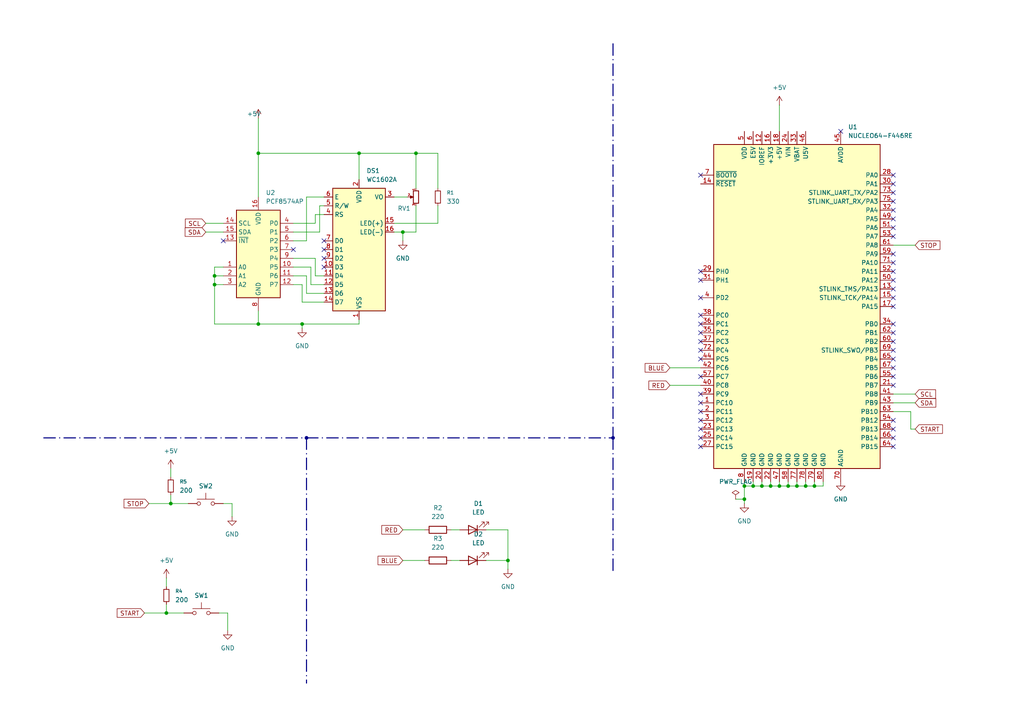
<source format=kicad_sch>
(kicad_sch (version 20250114) (generator "eeschema") (generator_version "9.0")
  (paper "A4")
  (title_block (title "PTP Seminar - Štoperica") (date "2025-11-12") (rev "1") (company "TVZ") (comment 1 "Izradio: Ivan Hodak"))
  (lib_symbols
    (symbol "Device:LED" (pin_numbers (hide yes)) (pin_names (offset 1.016) (hide yes))
      (property "Reference" "D" (at 0 2.54 0))
      (property "Value" "LED" (at 0 -2.54 0))
      (symbol "LED_0_1"
        (polyline (pts (xy -3.048 -0.762) (xy -4.572 -2.286) (xy -3.81 -2.286) (xy -4.572 -2.286) (xy -4.572 -1.524)))
        (polyline (pts (xy -1.778 -0.762) (xy -3.302 -2.286) (xy -2.54 -2.286) (xy -3.302 -2.286) (xy -3.302 -1.524)))
        (polyline (pts (xy -1.27 0) (xy 1.27 0)))
        (polyline (pts (xy -1.27 -1.27) (xy -1.27 1.27)) (stroke (width 0.254)))
        (polyline (pts (xy 1.27 -1.27) (xy 1.27 1.27) (xy -1.27 0) (xy 1.27 -1.27)) (stroke (width 0.254)))
      )
      (symbol "LED_1_1"
        (pin passive line (at -3.81 0 0) (length 2.54) (name "K") (number "1"))
        (pin passive line (at 3.81 0 180) (length 2.54) (name "A") (number "2"))
      )
    )
    (symbol "Device:R" (pin_numbers (hide yes)) (pin_names (offset 0))
      (property "Reference" "R" (at 2.032 0 90))
      (property "Value" "R" (at 0 0 90))
      (symbol "R_0_1"
        (rectangle (start -1.016 -2.54) (end 1.016 2.54) (stroke (width 0.254)))
      )
      (symbol "R_1_1"
        (pin passive line (at 0 3.81 270) (length 1.27) (name "~") (number "1"))
        (pin passive line (at 0 -3.81 90) (length 1.27) (name "~") (number "2"))
      )
    )
    (symbol "Device:R_Potentiometer_Small" (pin_names (offset 1.016) (hide yes))
      (property "Reference" "RV" (at -4.445 0 90))
      (property "Value" "R_Potentiometer_Small" (at -2.54 0 90))
      (symbol "R_Potentiometer_Small_0_1"
        (rectangle (start 0.762 1.8034) (end -0.762 -1.8034) (stroke (width 0.254)))
        (polyline (pts (xy 0.889 0) (xy 0.635 0) (xy 1.651 0.381) (xy 1.651 -0.381) (xy 0.635 0) (xy 0.889 0)) (fill (type outline)))
      )
      (symbol "R_Potentiometer_Small_1_1"
        (pin passive line (at 0 2.54 270) (length 0.635) (name "1") (number "1"))
        (pin passive line (at 0 -2.54 90) (length 0.635) (name "3") (number "3"))
        (pin passive line (at 2.54 0 180) (length 0.9906) (name "2") (number "2"))
      )
    )
    (symbol "Device:R_Small" (pin_numbers (hide yes)) (pin_names (offset 0.254) (hide yes))
      (property "Reference" "R" (at 0 0 90))
      (property "Value" "R_Small" (at 1.778 0 90))
      (symbol "R_Small_0_1"
        (rectangle (start -0.762 1.778) (end 0.762 -1.778) (stroke (width 0.2032)))
      )
      (symbol "R_Small_1_1"
        (pin passive line (at 0 2.54 270) (length 0.762) (name "~") (number "1"))
        (pin passive line (at 0 -2.54 90) (length 0.762) (name "~") (number "2"))
      )
    )
    (symbol "Display_Character:WC1602A"
      (property "Reference" "DS" (at -5.842 19.05 0))
      (property "Value" "WC1602A" (at 5.334 19.05 0))
      (symbol "WC1602A_1_1"
        (rectangle (start -7.62 17.78) (end 7.62 -17.78) (stroke (width 0.254)) (fill (type background)))
        (pin input line (at -10.16 15.24 0) (length 2.54) (name "E") (number "6"))
        (pin input line (at -10.16 12.7 0) (length 2.54) (name "R/W") (number "5"))
        (pin input line (at -10.16 10.16 0) (length 2.54) (name "RS") (number "4"))
        (pin input line (at -10.16 2.54 0) (length 2.54) (name "D0") (number "7"))
        (pin input line (at -10.16 0 0) (length 2.54) (name "D1") (number "8"))
        (pin input line (at -10.16 -2.54 0) (length 2.54) (name "D2") (number "9"))
        (pin input line (at -10.16 -5.08 0) (length 2.54) (name "D3") (number "10"))
        (pin input line (at -10.16 -7.62 0) (length 2.54) (name "D4") (number "11"))
        (pin input line (at -10.16 -10.16 0) (length 2.54) (name "D5") (number "12"))
        (pin input line (at -10.16 -12.7 0) (length 2.54) (name "D6") (number "13"))
        (pin input line (at -10.16 -15.24 0) (length 2.54) (name "D7") (number "14"))
        (pin power_in line (at 0 20.32 270) (length 2.54) (name "VDD") (number "2"))
        (pin power_in line (at 0 -20.32 90) (length 2.54) (name "VSS") (number "1"))
        (pin input line (at 10.16 15.24 180) (length 2.54) (name "VO") (number "3"))
        (pin power_in line (at 10.16 7.62 180) (length 2.54) (name "LED(+)") (number "15"))
        (pin power_in line (at 10.16 5.08 180) (length 2.54) (name "LED(-)") (number "16"))
      )
    )
    (symbol "Interface_Expansion:PCF8574AP"
      (property "Reference" "U" (at -6.35 12.954 0))
      (property "Value" "PCF8574AP" (at 3.048 12.954 0))
      (symbol "PCF8574AP_0_1"
        (rectangle (start -6.35 -13.97) (end 6.35 11.43) (stroke (width 0.254)) (fill (type background)))
      )
      (symbol "PCF8574AP_1_1"
        (pin input line (at -10.16 7.62 0) (length 3.81) (name "SCL") (number "14"))
        (pin bidirectional line (at -10.16 5.08 0) (length 3.81) (name "SDA") (number "15"))
        (pin open_collector line (at -10.16 2.54 0) (length 3.81) (name "~{INT}") (number "13"))
        (pin input line (at -10.16 -5.08 0) (length 3.81) (name "A0") (number "1"))
        (pin input line (at -10.16 -7.62 0) (length 3.81) (name "A1") (number "2"))
        (pin input line (at -10.16 -10.16 0) (length 3.81) (name "A2") (number "3"))
        (pin power_in line (at 0 15.24 270) (length 3.81) (name "VDD") (number "16"))
        (pin power_in line (at 0 -17.78 90) (length 3.81) (name "GND") (number "8"))
        (pin bidirectional line (at 10.16 7.62 180) (length 3.81) (name "P0") (number "4"))
        (pin bidirectional line (at 10.16 5.08 180) (length 3.81) (name "P1") (number "5"))
        (pin bidirectional line (at 10.16 2.54 180) (length 3.81) (name "P2") (number "6"))
        (pin bidirectional line (at 10.16 0 180) (length 3.81) (name "P3") (number "7"))
        (pin bidirectional line (at 10.16 -2.54 180) (length 3.81) (name "P4") (number "9"))
        (pin bidirectional line (at 10.16 -5.08 180) (length 3.81) (name "P5") (number "10"))
        (pin bidirectional line (at 10.16 -7.62 180) (length 3.81) (name "P6") (number "11"))
        (pin bidirectional line (at 10.16 -10.16 180) (length 3.81) (name "P7") (number "12"))
      )
    )
    (symbol "MCU_Module:NUCLEO64-F411RE"
      (property "Reference" "U" (at -17.78 50.165 0))
      (property "Value" "NUCLEO64-F411RE" (at -17.78 48.26 0))
      (symbol "NUCLEO64-F411RE_0_1"
        (rectangle (start -24.13 -46.99) (end 24.13 46.99) (stroke (width 0.254)) (fill (type background)))
      )
      (symbol "NUCLEO64-F411RE_1_1"
        (pin input line (at -27.94 38.1 0) (length 3.81) (name "~{BOOT0}") (number "7"))
        (pin input line (at -27.94 35.56 0) (length 3.81) (name "~{RESET}") (number "14"))
        (pin bidirectional line (at -27.94 10.16 0) (length 3.81) (name "PH0") (number "29"))
        (pin bidirectional line (at -27.94 7.62 0) (length 3.81) (name "PH1") (number "31"))
        (pin bidirectional line (at -27.94 2.54 0) (length 3.81) (name "PD2") (number "4"))
        (pin bidirectional line (at -27.94 -2.54 0) (length 3.81) (name "PC0") (number "38"))
        (pin bidirectional line (at -27.94 -5.08 0) (length 3.81) (name "PC1") (number "36"))
        (pin bidirectional line (at -27.94 -7.62 0) (length 3.81) (name "PC2") (number "35"))
        (pin bidirectional line (at -27.94 -10.16 0) (length 3.81) (name "PC3") (number "37"))
        (pin bidirectional line (at -27.94 -12.7 0) (length 3.81) (name "PC4") (number "72"))
        (pin bidirectional line (at -27.94 -15.24 0) (length 3.81) (name "PC5") (number "44"))
        (pin bidirectional line (at -27.94 -17.78 0) (length 3.81) (name "PC6") (number "42"))
        (pin bidirectional line (at -27.94 -20.32 0) (length 3.81) (name "PC7") (number "57"))
        (pin bidirectional line (at -27.94 -22.86 0) (length 3.81) (name "PC8") (number "40"))
        (pin bidirectional line (at -27.94 -25.4 0) (length 3.81) (name "PC9") (number "39"))
        (pin bidirectional line (at -27.94 -27.94 0) (length 3.81) (name "PC10") (number "1"))
        (pin bidirectional line (at -27.94 -30.48 0) (length 3.81) (name "PC11") (number "2"))
        (pin bidirectional line (at -27.94 -33.02 0) (length 3.81) (name "PC12") (number "3"))
        (pin bidirectional line (at -27.94 -35.56 0) (length 3.81) (name "PC13") (number "23"))
        (pin bidirectional line (at -27.94 -38.1 0) (length 3.81) (name "PC14") (number "25"))
        (pin bidirectional line (at -27.94 -40.64 0) (length 3.81) (name "PC15") (number "27"))
        (pin no_connect line (at -24.13 33.02 0) (length 3.81) (hide yes) (name "NC") (number "56"))
        (pin no_connect line (at -24.13 30.48 0) (length 3.81) (hide yes) (name "NC") (number "74"))
        (pin no_connect line (at -24.13 27.94 0) (length 3.81) (hide yes) (name "NC") (number "76"))
        (pin no_connect line (at -24.13 25.4 0) (length 3.81) (hide yes) (name "NC") (number "48"))
        (pin no_connect line (at -24.13 22.86 0) (length 3.81) (hide yes) (name "NC") (number "26"))
        (pin no_connect line (at -24.13 20.32 0) (length 3.81) (hide yes) (name "NC") (number "10"))
        (pin no_connect line (at -24.13 17.78 0) (length 3.81) (hide yes) (name "NC") (number "9"))
        (pin no_connect line (at -24.13 15.24 0) (length 3.81) (hide yes) (name "NC") (number "11"))
        (pin power_in line (at -15.24 50.8 270) (length 3.81) (name "VDD") (number "5"))
        (pin power_in line (at -15.24 -50.8 90) (length 3.81) (name "GND") (number "8"))
        (pin power_in line (at -12.7 50.8 270) (length 3.81) (name "E5V") (number "6"))
        (pin power_in line (at -12.7 -50.8 90) (length 3.81) (name "GND") (number "19"))
        (pin power_in line (at -10.16 50.8 270) (length 3.81) (name "IOREF") (number "12"))
        (pin power_in line (at -10.16 -50.8 90) (length 3.81) (name "GND") (number "20"))
        (pin power_in line (at -7.62 50.8 270) (length 3.81) (name "+3V3") (number "16"))
        (pin power_in line (at -7.62 -50.8 90) (length 3.81) (name "GND") (number "22"))
        (pin power_in line (at -5.08 50.8 270) (length 3.81) (name "+5V") (number "18"))
        (pin power_in line (at -5.08 -50.8 90) (length 3.81) (name "GND") (number "47"))
        (pin power_in line (at -2.54 50.8 270) (length 3.81) (name "VIN") (number "24"))
        (pin power_in line (at -2.54 -50.8 90) (length 3.81) (name "GND") (number "58"))
        (pin power_in line (at 0 50.8 270) (length 3.81) (name "VBAT") (number "33"))
        (pin power_in line (at 0 -50.8 90) (length 3.81) (name "GND") (number "77"))
        (pin power_in line (at 2.54 50.8 270) (length 3.81) (name "U5V") (number "46"))
        (pin power_in line (at 2.54 -50.8 90) (length 3.81) (name "GND") (number "78"))
        (pin power_in line (at 5.08 -50.8 90) (length 3.81) (name "GND") (number "79"))
        (pin power_in line (at 7.62 -50.8 90) (length 3.81) (name "GND") (number "80"))
        (pin power_in line (at 12.7 50.8 270) (length 3.81) (name "AVDD") (number "45"))
        (pin power_in line (at 12.7 -50.8 90) (length 3.81) (name "AGND") (number "70"))
        (pin bidirectional line (at 27.94 38.1 180) (length 3.81) (name "PA0") (number "28"))
        (pin bidirectional line (at 27.94 35.56 180) (length 3.81) (name "PA1") (number "30"))
        (pin bidirectional line (at 27.94 33.02 180) (length 3.81) (name "STLINK_UART_TX/PA2") (number "73"))
        (pin bidirectional line (at 27.94 30.48 180) (length 3.81) (name "STLINK_UART_RX/PA3") (number "75"))
        (pin bidirectional line (at 27.94 27.94 180) (length 3.81) (name "PA4") (number "32"))
        (pin bidirectional line (at 27.94 25.4 180) (length 3.81) (name "PA5") (number "49"))
        (pin bidirectional line (at 27.94 22.86 180) (length 3.81) (name "PA6") (number "51"))
        (pin bidirectional line (at 27.94 20.32 180) (length 3.81) (name "PA7") (number "53"))
        (pin bidirectional line (at 27.94 17.78 180) (length 3.81) (name "PA8") (number "61"))
        (pin bidirectional line (at 27.94 15.24 180) (length 3.81) (name "PA9") (number "59"))
        (pin bidirectional line (at 27.94 12.7 180) (length 3.81) (name "PA10") (number "71"))
        (pin bidirectional line (at 27.94 10.16 180) (length 3.81) (name "PA11") (number "52"))
        (pin bidirectional line (at 27.94 7.62 180) (length 3.81) (name "PA12") (number "50"))
        (pin bidirectional line (at 27.94 5.08 180) (length 3.81) (name "STLINK_TMS/PA13") (number "13"))
        (pin bidirectional line (at 27.94 2.54 180) (length 3.81) (name "STLINK_TCK/PA14") (number "15"))
        (pin bidirectional line (at 27.94 0 180) (length 3.81) (name "PA15") (number "17"))
        (pin bidirectional line (at 27.94 -5.08 180) (length 3.81) (name "PB0") (number "34"))
        (pin bidirectional line (at 27.94 -7.62 180) (length 3.81) (name "PB1") (number "62"))
        (pin bidirectional line (at 27.94 -10.16 180) (length 3.81) (name "PB2") (number "60"))
        (pin bidirectional line (at 27.94 -12.7 180) (length 3.81) (name "STLINK_SWO/PB3") (number "69"))
        (pin bidirectional line (at 27.94 -15.24 180) (length 3.81) (name "PB4") (number "65"))
        (pin bidirectional line (at 27.94 -17.78 180) (length 3.81) (name "PB5") (number "67"))
        (pin bidirectional line (at 27.94 -20.32 180) (length 3.81) (name "PB6") (number "55"))
        (pin bidirectional line (at 27.94 -22.86 180) (length 3.81) (name "PB7") (number "21"))
        (pin bidirectional line (at 27.94 -25.4 180) (length 3.81) (name "PB8") (number "41"))
        (pin bidirectional line (at 27.94 -27.94 180) (length 3.81) (name "PB9") (number "43"))
        (pin bidirectional line (at 27.94 -30.48 180) (length 3.81) (name "PB10") (number "63"))
        (pin bidirectional line (at 27.94 -33.02 180) (length 3.81) (name "PB12") (number "54"))
        (pin bidirectional line (at 27.94 -35.56 180) (length 3.81) (name "PB13") (number "68"))
        (pin bidirectional line (at 27.94 -38.1 180) (length 3.81) (name "PB14") (number "66"))
        (pin bidirectional line (at 27.94 -40.64 180) (length 3.81) (name "PB15") (number "64"))
      )
    )
    (symbol "Switch:SW_Push" (pin_numbers (hide yes)) (pin_names (offset 1.016) (hide yes))
      (property "Reference" "SW" (at 1.27 2.54 0))
      (property "Value" "SW_Push" (at 0 -1.524 0))
      (symbol "SW_Push_0_1"
        (circle (center -2.032 0) (radius 0.508))
        (polyline (pts (xy 0 1.27) (xy 0 3.048)))
        (circle (center 2.032 0) (radius 0.508))
        (polyline (pts (xy 2.54 1.27) (xy -2.54 1.27)))
        (pin passive line (at -5.08 0 0) (length 2.54) (name "1") (number "1"))
        (pin passive line (at 5.08 0 180) (length 2.54) (name "2") (number "2"))
      )
    )
    (symbol "power:+5V" (power) (pin_numbers (hide yes)) (pin_names (offset 0) (hide yes))
      (property "Value" "+5V" (at 0 3.556 0))
      (symbol "+5V_0_1"
        (polyline (pts (xy -0.762 1.27) (xy 0 2.54)))
        (polyline (pts (xy 0 2.54) (xy 0.762 1.27)))
        (polyline (pts (xy 0 0) (xy 0 2.54)))
      )
      (symbol "+5V_1_1"
        (pin power_in line (at 0 0 90) (length 0) (name "~") (number "1"))
      )
    )
    (symbol "power:GND" (power) (pin_numbers (hide yes)) (pin_names (offset 0) (hide yes))
      (property "Value" "GND" (at 0 -3.81 0))
      (symbol "GND_0_1"
        (polyline (pts (xy 0 0) (xy 0 -1.27) (xy 1.27 -1.27) (xy 0 -2.54) (xy -1.27 -1.27) (xy 0 -1.27)))
      )
      (symbol "GND_1_1"
        (pin power_in line (at 0 0 270) (length 0) (name "~") (number "1"))
      )
    )
    (symbol "power:PWR_FLAG" (power) (pin_numbers (hide yes)) (pin_names (offset 0) (hide yes))
      (property "Value" "PWR_FLAG" (at 0 3.81 0))
      (symbol "PWR_FLAG_0_0"
        (pin power_out line (at 0 0 90) (length 0) (name "~") (number "1"))
      )
      (symbol "PWR_FLAG_0_1"
        (polyline (pts (xy 0 0) (xy 0 1.27) (xy -1.016 1.905) (xy 0 2.54) (xy 1.016 1.905) (xy 0 1.27)))
      )
    )
  )
  (junction (at 104.14 44.45))
  (junction (at 120.65 44.45))
  (junction (at 231.14 140.97))
  (junction (at 74.93 44.45))
  (junction (at 48.26 177.8))
  (junction (at 116.84 67.31))
  (junction (at 74.93 93.98))
  (junction (at 226.06 140.97))
  (junction (at 177.8 127))
  (junction (at 223.52 140.97))
  (junction (at 236.22 140.97))
  (junction (at 87.63 93.98))
  (junction (at 215.9 144.78))
  (junction (at 233.68 140.97))
  (junction (at 62.23 80.01))
  (junction (at 228.6 140.97))
  (junction (at 215.9 140.97))
  (junction (at 218.44 140.97))
  (junction (at 220.98 140.97))
  (junction (at 62.23 82.55))
  (junction (at 88.9 127))
  (junction (at 147.32 162.56))
  (junction (at 49.53 146.05))
  (no_connect (at 259.08 55.88))
  (no_connect (at 93.98 69.85))
  (no_connect (at 93.98 74.93))
  (no_connect (at 203.2 129.54))
  (no_connect (at 259.08 127))
  (no_connect (at 85.09 72.39))
  (no_connect (at 203.2 81.28))
  (no_connect (at 259.08 53.34))
  (no_connect (at 259.08 73.66))
  (no_connect (at 259.08 99.06))
  (no_connect (at 243.84 38.1))
  (no_connect (at 259.08 58.42))
  (no_connect (at 259.08 124.46))
  (no_connect (at 64.77 69.85))
  (no_connect (at 259.08 66.04))
  (no_connect (at 203.2 124.46))
  (no_connect (at 259.08 68.58))
  (no_connect (at 259.08 76.2))
  (no_connect (at 203.2 127))
  (no_connect (at 203.2 86.36))
  (no_connect (at 203.2 91.44))
  (no_connect (at 259.08 109.22))
  (no_connect (at 203.2 78.74))
  (no_connect (at 203.2 121.92))
  (no_connect (at 203.2 119.38))
  (no_connect (at 203.2 99.06))
  (no_connect (at 203.2 104.14))
  (no_connect (at 203.2 116.84))
  (no_connect (at 203.2 93.98))
  (no_connect (at 259.08 106.68))
  (no_connect (at 259.08 101.6))
  (no_connect (at 259.08 111.76))
  (no_connect (at 259.08 86.36))
  (no_connect (at 259.08 60.96))
  (no_connect (at 259.08 88.9))
  (no_connect (at 259.08 78.74))
  (no_connect (at 259.08 93.98))
  (no_connect (at 203.2 101.6))
  (no_connect (at 203.2 109.22))
  (no_connect (at 93.98 72.39))
  (no_connect (at 203.2 114.3))
  (no_connect (at 203.2 50.8))
  (no_connect (at 203.2 96.52))
  (no_connect (at 259.08 129.54))
  (no_connect (at 259.08 104.14))
  (no_connect (at 259.08 81.28))
  (no_connect (at 259.08 83.82))
  (no_connect (at 259.08 96.52))
  (no_connect (at 259.08 121.92))
  (no_connect (at 259.08 63.5))
  (no_connect (at 93.98 77.47))
  (no_connect (at 259.08 50.8))
  (wire (pts (xy 90.17 82.55) (xy 93.98 82.55)))
  (bus (pts (xy 177.8 12.7) (xy 177.8 127)) (stroke (width 0) (type dash_dot)))
  (wire (pts (xy 104.14 44.45) (xy 120.65 44.45)))
  (wire (pts (xy 147.32 162.56) (xy 147.32 165.1)))
  (wire (pts (xy 63.5 177.8) (xy 66.04 177.8)))
  (wire (pts (xy 231.14 140.97) (xy 228.6 140.97)))
  (wire (pts (xy 264.16 124.46) (xy 264.16 119.38)))
  (wire (pts (xy 228.6 139.7) (xy 228.6 140.97)))
  (wire (pts (xy 226.06 140.97) (xy 223.52 140.97)))
  (wire (pts (xy 43.18 146.05) (xy 49.53 146.05)))
  (wire (pts (xy 91.44 62.23) (xy 93.98 62.23)))
  (wire (pts (xy 49.53 143.51) (xy 49.53 146.05)))
  (wire (pts (xy 259.08 116.84) (xy 265.43 116.84)))
  (wire (pts (xy 62.23 93.98) (xy 74.93 93.98)))
  (wire (pts (xy 147.32 153.67) (xy 147.32 162.56)))
  (wire (pts (xy 220.98 140.97) (xy 218.44 140.97)))
  (wire (pts (xy 116.84 67.31) (xy 114.3 67.31)))
  (wire (pts (xy 140.97 162.56) (xy 147.32 162.56)))
  (bus (pts (xy 12.7 127) (xy 88.9 127)) (stroke (width 0) (type dash_dot)))
  (wire (pts (xy 215.9 140.97) (xy 215.9 144.78)))
  (wire (pts (xy 49.53 135.89) (xy 49.53 138.43)))
  (wire (pts (xy 127 44.45) (xy 127 54.61)))
  (wire (pts (xy 74.93 90.17) (xy 74.93 93.98)))
  (wire (pts (xy 238.76 140.97) (xy 236.22 140.97)))
  (wire (pts (xy 74.93 34.29) (xy 74.93 44.45)))
  (wire (pts (xy 264.16 119.38) (xy 259.08 119.38)))
  (wire (pts (xy 91.44 64.77) (xy 91.44 62.23)))
  (wire (pts (xy 116.84 162.56) (xy 123.19 162.56)))
  (wire (pts (xy 127 64.77) (xy 114.3 64.77)))
  (wire (pts (xy 226.06 139.7) (xy 226.06 140.97)))
  (wire (pts (xy 233.68 139.7) (xy 233.68 140.97)))
  (wire (pts (xy 120.65 44.45) (xy 120.65 54.61)))
  (wire (pts (xy 220.98 139.7) (xy 220.98 140.97)))
  (wire (pts (xy 48.26 177.8) (xy 53.34 177.8)))
  (wire (pts (xy 104.14 93.98) (xy 104.14 92.71)))
  (bus (pts (xy 177.8 127) (xy 177.8 166.37)) (stroke (width 0) (type dash_dot)))
  (wire (pts (xy 215.9 144.78) (xy 215.9 146.05)))
  (wire (pts (xy 238.76 139.7) (xy 238.76 140.97)))
  (wire (pts (xy 62.23 77.47) (xy 64.77 77.47)))
  (wire (pts (xy 116.84 153.67) (xy 123.19 153.67)))
  (wire (pts (xy 236.22 140.97) (xy 233.68 140.97)))
  (wire (pts (xy 66.04 177.8) (xy 66.04 182.88)))
  (wire (pts (xy 218.44 139.7) (xy 218.44 140.97)))
  (wire (pts (xy 85.09 74.93) (xy 91.44 74.93)))
  (wire (pts (xy 67.31 149.86) (xy 67.31 146.05)))
  (wire (pts (xy 87.63 93.98) (xy 87.63 95.25)))
  (wire (pts (xy 41.91 177.8) (xy 48.26 177.8)))
  (wire (pts (xy 85.09 77.47) (xy 90.17 77.47)))
  (wire (pts (xy 91.44 64.77) (xy 85.09 64.77)))
  (wire (pts (xy 259.08 114.3) (xy 265.43 114.3)))
  (wire (pts (xy 233.68 140.97) (xy 231.14 140.97)))
  (wire (pts (xy 85.09 80.01) (xy 88.9 80.01)))
  (wire (pts (xy 88.9 85.09) (xy 93.98 85.09)))
  (wire (pts (xy 87.63 82.55) (xy 85.09 82.55)))
  (wire (pts (xy 88.9 57.15) (xy 93.98 57.15)))
  (wire (pts (xy 87.63 93.98) (xy 104.14 93.98)))
  (wire (pts (xy 62.23 80.01) (xy 64.77 80.01)))
  (wire (pts (xy 90.17 77.47) (xy 90.17 82.55)))
  (wire (pts (xy 92.71 67.31) (xy 92.71 59.69)))
  (wire (pts (xy 64.77 82.55) (xy 62.23 82.55)))
  (wire (pts (xy 74.93 44.45) (xy 104.14 44.45)))
  (wire (pts (xy 91.44 80.01) (xy 93.98 80.01)))
  (wire (pts (xy 49.53 146.05) (xy 54.61 146.05)))
  (wire (pts (xy 264.16 124.46) (xy 265.43 124.46)))
  (wire (pts (xy 48.26 175.26) (xy 48.26 177.8)))
  (wire (pts (xy 236.22 139.7) (xy 236.22 140.97)))
  (wire (pts (xy 140.97 153.67) (xy 147.32 153.67)))
  (wire (pts (xy 120.65 59.69) (xy 120.65 67.31)))
  (wire (pts (xy 120.65 44.45) (xy 127 44.45)))
  (wire (pts (xy 259.08 71.12) (xy 265.43 71.12)))
  (wire (pts (xy 87.63 82.55) (xy 87.63 87.63)))
  (wire (pts (xy 127 59.69) (xy 127 64.77)))
  (bus (pts (xy 88.9 127) (xy 177.8 127)) (stroke (width 0) (type dash_dot)))
  (wire (pts (xy 92.71 59.69) (xy 93.98 59.69)))
  (wire (pts (xy 116.84 67.31) (xy 116.84 69.85)))
  (wire (pts (xy 104.14 52.07) (xy 104.14 44.45)))
  (wire (pts (xy 62.23 77.47) (xy 62.23 80.01)))
  (wire (pts (xy 91.44 74.93) (xy 91.44 80.01)))
  (wire (pts (xy 59.69 67.31) (xy 64.77 67.31)))
  (wire (pts (xy 226.06 38.1) (xy 226.06 30.48)))
  (wire (pts (xy 74.93 57.15) (xy 74.93 44.45)))
  (wire (pts (xy 218.44 140.97) (xy 215.9 140.97)))
  (wire (pts (xy 223.52 140.97) (xy 220.98 140.97)))
  (wire (pts (xy 228.6 140.97) (xy 226.06 140.97)))
  (wire (pts (xy 48.26 167.64) (xy 48.26 170.18)))
  (wire (pts (xy 62.23 82.55) (xy 62.23 93.98)))
  (wire (pts (xy 231.14 139.7) (xy 231.14 140.97)))
  (wire (pts (xy 59.69 64.77) (xy 64.77 64.77)))
  (wire (pts (xy 120.65 67.31) (xy 116.84 67.31)))
  (wire (pts (xy 213.36 144.78) (xy 215.9 144.78)))
  (wire (pts (xy 85.09 69.85) (xy 88.9 69.85)))
  (wire (pts (xy 85.09 67.31) (xy 92.71 67.31)))
  (wire (pts (xy 87.63 87.63) (xy 93.98 87.63)))
  (wire (pts (xy 62.23 80.01) (xy 62.23 82.55)))
  (wire (pts (xy 223.52 139.7) (xy 223.52 140.97)))
  (wire (pts (xy 130.81 153.67) (xy 133.35 153.67)))
  (wire (pts (xy 194.31 106.68) (xy 203.2 106.68)))
  (wire (pts (xy 74.93 93.98) (xy 87.63 93.98)))
  (wire (pts (xy 215.9 139.7) (xy 215.9 140.97)))
  (bus (pts (xy 88.9 127) (xy 88.9 198.12)) (stroke (width 0) (type dash_dot)))
  (wire (pts (xy 88.9 80.01) (xy 88.9 85.09)))
  (wire (pts (xy 67.31 146.05) (xy 64.77 146.05)))
  (wire (pts (xy 130.81 162.56) (xy 133.35 162.56)))
  (wire (pts (xy 114.3 57.15) (xy 118.11 57.15)))
  (wire (pts (xy 88.9 69.85) (xy 88.9 57.15)))
  (wire (pts (xy 194.31 111.76) (xy 203.2 111.76)))
  (global_label "STOP" (shape input) (at 43.18 146.05 180) (property "Intersheetrefs" "${INTERSHEET_REFS}" (effects (hide yes))))
  (global_label "RED" (shape input) (at 194.31 111.76 180) (property "Intersheetrefs" "${INTERSHEET_REFS}" (effects (hide yes))))
  (global_label "BLUE" (shape input) (at 116.84 162.56 180) (property "Intersheetrefs" "${INTERSHEET_REFS}" (effects (hide yes))))
  (global_label "SDA" (shape input) (at 59.69 67.31 180) (property "Intersheetrefs" "${INTERSHEET_REFS}" (effects (hide yes))))
  (global_label "BLUE" (shape input) (at 194.31 106.68 180) (property "Intersheetrefs" "${INTERSHEET_REFS}" (effects (hide yes))))
  (global_label "SDA" (shape input) (at 265.43 116.84 0) (property "Intersheetrefs" "${INTERSHEET_REFS}" (effects (hide yes))))
  (global_label "SCL" (shape input) (at 265.43 114.3 0) (property "Intersheetrefs" "${INTERSHEET_REFS}" (effects (hide yes))))
  (global_label "RED" (shape input) (at 116.84 153.67 180) (property "Intersheetrefs" "${INTERSHEET_REFS}" (effects (hide yes))))
  (global_label "SCL" (shape input) (at 59.69 64.77 180) (property "Intersheetrefs" "${INTERSHEET_REFS}" (effects (hide yes))))
  (global_label "START" (shape input) (at 265.43 124.46 0) (property "Intersheetrefs" "${INTERSHEET_REFS}" (effects (hide yes))))
  (global_label "STOP" (shape input) (at 265.43 71.12 0) (property "Intersheetrefs" "${INTERSHEET_REFS}" (effects (hide yes))))
  (global_label "START" (shape input) (at 41.91 177.8 180) (property "Intersheetrefs" "${INTERSHEET_REFS}" (effects (hide yes))))
  (symbol (lib_id "Device:LED") (at 137.16 153.67 180) (unit 1)
    (property "Reference" "D1" (at 138.7475 146.05 0))
    (property "Value" "LED" (at 138.7475 148.59 0))
    (property "Description" "Light emitting diode" (effects (hide yes)))
    (property "Sim.Pins" "1=K 2=A" (effects (hide yes)))
  )
  (symbol (lib_id "power:+5V") (at 49.53 135.89 0) (unit 1)
    (property "Reference" "#PWR09" (effects (hide yes)))
    (property "Value" "+5V" (at 49.53 130.81 0))
    (property "Description" "Power symbol creates a global label with name \"+5V\"" (effects (hide yes)))
  )
  (symbol (lib_id "power:GND") (at 87.63 95.25 0) (unit 1)
    (property "Reference" "#PWR06" (effects (hide yes)))
    (property "Value" "GND" (at 87.63 100.33 0))
    (property "Description" "Power symbol creates a global label with name \"GND\" , ground" (effects (hide yes)))
  )
  (symbol (lib_id "Display_Character:WC1602A") (at 104.14 72.39 0) (unit 1)
    (property "Reference" "DS1" (at 106.2833 49.53 0) (effects (justify left)))
    (property "Value" "WC1602A" (at 106.2833 52.07 0) (effects (justify left)))
    (property "Footprint" "Display:WC1602A" (effects (hide yes)))
    (property "Datasheet" "http://www.wincomlcd.com/pdf/WC1602A-SFYLYHTC06.pdf" (effects (hide yes)))
    (property "Description" "LCD 16x2 Alphanumeric , 8 bit parallel bus, 5V VDD" (effects (hide yes)))
  )
  (symbol (lib_id "power:GND") (at 116.84 69.85 0) (unit 1)
    (property "Reference" "#PWR02" (effects (hide yes)))
    (property "Value" "GND" (at 116.84 74.93 0))
    (property "Description" "Power symbol creates a global label with name \"GND\" , ground" (effects (hide yes)))
  )
  (symbol (lib_id "power:GND") (at 66.04 182.88 0) (unit 1)
    (property "Reference" "#PWR010" (effects (hide yes)))
    (property "Value" "GND" (at 66.04 187.96 0))
    (property "Description" "Power symbol creates a global label with name \"GND\" , ground" (effects (hide yes)))
  )
  (symbol (lib_id "Device:R_Small") (at 48.26 172.72 0) (unit 1)
    (property "Reference" "R4" (at 50.8 171.4499 0) (effects (font (size 1.016 1.016)) (justify left)))
    (property "Value" "200" (at 50.8 173.9899 0) (effects (justify left)))
    (property "Description" "Resistor, small symbol" (effects (hide yes)))
  )
  (symbol (lib_id "Device:R") (at 127 162.56 90) (unit 1)
    (property "Reference" "R3" (at 127 156.21 90))
    (property "Value" "220" (at 127 158.75 90))
    (property "Description" "Resistor" (effects (hide yes)))
  )
  (symbol (lib_id "power:GND") (at 243.84 139.7 0) (unit 1)
    (property "Reference" "#PWR04" (effects (hide yes)))
    (property "Value" "GND" (at 243.84 144.78 0))
    (property "Description" "Power symbol creates a global label with name \"GND\" , ground" (effects (hide yes)))
  )
  (symbol (lib_id "Device:R_Small") (at 127 57.15 0) (unit 1)
    (property "Reference" "R1" (at 129.54 55.8799 0) (effects (font (size 1.016 1.016)) (justify left)))
    (property "Value" "330" (at 129.54 58.4199 0) (effects (justify left)))
    (property "Description" "Resistor, small symbol" (effects (hide yes)))
  )
  (symbol (lib_id "Device:LED") (at 137.16 162.56 180) (unit 1)
    (property "Reference" "D2" (at 138.7475 154.94 0))
    (property "Value" "LED" (at 138.7475 157.48 0))
    (property "Description" "Light emitting diode" (effects (hide yes)))
    (property "Sim.Pins" "1=K 2=A" (effects (hide yes)))
  )
  (symbol (lib_id "power:GND") (at 147.32 165.1 0) (unit 1)
    (property "Reference" "#PWR07" (effects (hide yes)))
    (property "Value" "GND" (at 147.32 170.18 0))
    (property "Description" "Power symbol creates a global label with name \"GND\" , ground" (effects (hide yes)))
  )
  (symbol (lib_id "Device:R_Small") (at 49.53 140.97 0) (unit 1)
    (property "Reference" "R5" (at 52.07 139.6999 0) (effects (font (size 1.016 1.016)) (justify left)))
    (property "Value" "200" (at 52.07 142.2399 0) (effects (justify left)))
    (property "Description" "Resistor, small symbol" (effects (hide yes)))
  )
  (symbol (lib_id "power:+5V") (at 226.06 30.48 0) (unit 1)
    (property "Reference" "#PWR05" (effects (hide yes)))
    (property "Value" "+5V" (at 226.06 25.4 0))
    (property "Description" "Power symbol creates a global label with name \"+5V\"" (effects (hide yes)))
  )
  (symbol (lib_id "Switch:SW_Push") (at 59.69 146.05 0) (unit 1)
    (property "Reference" "SW2" (at 59.69 140.97 0))
    (property "Value" "SW_Push" (effects (hide yes)))
    (property "Description" "Push button switch, generic, two pins" (effects (hide yes)))
  )
  (symbol (lib_id "power:GND") (at 215.9 146.05 0) (unit 1)
    (property "Reference" "#PWR01" (effects (hide yes)))
    (property "Value" "GND" (at 215.9 151.13 0))
    (property "Description" "Power symbol creates a global label with name \"GND\" , ground" (effects (hide yes)))
  )
  (symbol (lib_id "Device:R") (at 127 153.67 90) (unit 1)
    (property "Reference" "R2" (at 127 147.32 90))
    (property "Value" "220" (at 127 149.86 90))
    (property "Description" "Resistor" (effects (hide yes)))
  )
  (symbol (lib_id "power:+5V") (at 74.93 34.29 0) (unit 1)
    (property "Reference" "#PWR03" (effects (hide yes)))
    (property "Value" "+5V" (at 73.66 33.02 0))
    (property "Description" "Power symbol creates a global label with name \"+5V\"" (effects (hide yes)))
  )
  (symbol (lib_id "Device:R_Potentiometer_Small") (at 120.65 57.15 0) (mirror y) (unit 1)
    (property "Reference" "RV1" (at 115.316 60.452 0) (effects (justify right)))
    (property "Value" "R_Potentiometer_Small" (effects (hide yes)))
    (property "Description" "Potentiometer" (effects (hide yes)))
  )
  (symbol (lib_id "power:+5V") (at 48.26 167.64 0) (unit 1)
    (property "Reference" "#PWR08" (effects (hide yes)))
    (property "Value" "+5V" (at 48.26 162.56 0))
    (property "Description" "Power symbol creates a global label with name \"+5V\"" (effects (hide yes)))
  )
  (symbol (lib_id "power:PWR_FLAG") (at 213.36 144.78 0) (unit 1)
    (property "Reference" "#FLG01" (effects (hide yes)))
    (property "Value" "PWR_FLAG" (at 213.36 139.7 0))
    (property "Description" "Special symbol for telling ERC where power comes from" (effects (hide yes)))
  )
  (symbol (lib_id "Interface_Expansion:PCF8574AP") (at 74.93 72.39 0) (unit 1)
    (property "Reference" "U2" (at 77.0733 55.88 0) (effects (justify left)))
    (property "Value" "PCF8574AP" (at 77.0733 58.42 0) (effects (justify left)))
    (property "Footprint" "Package_DIP:DIP-16_W7.62mm" (effects (hide yes)))
    (property "Datasheet" "http://www.nxp.com/docs/en/data-sheet/PCF8574_PCF8574A.pdf" (effects (hide yes)))
    (property "Description" "8 Bit Port/Expander to I2C Bus, fixed address bits 0b0111, DIP-16" (effects (hide yes)))
  )
  (symbol (lib_id "MCU_Module:NUCLEO64-F411RE") (at 231.14 88.9 0) (unit 1)
    (property "Reference" "U1" (at 245.9833 36.83 0) (effects (justify left)))
    (property "Value" "NUCLEO64-F446RE" (at 245.9833 39.37 0) (effects (justify left)))
    (property "Footprint" "Module:ST_Morpho_Connector_144_STLink" (effects (hide yes)))
    (property "Datasheet" "http://www.st.com/st-web-ui/static/active/en/resource/technical/document/data_brief/DM00105918.pdf" (effects (hide yes)))
    (property "Description" "Nucleo 64 Development Board with STM32F411RET6 MCU, 128kB RAM, 512KB FLASH" (effects (hide yes)))
  )
  (symbol (lib_id "Switch:SW_Push") (at 58.42 177.8 0) (unit 1)
    (property "Reference" "SW1" (at 58.42 172.72 0))
    (property "Value" "SW_Push" (effects (hide yes)))
    (property "Description" "Push button switch, generic, two pins" (effects (hide yes)))
  )
  (symbol (lib_id "power:GND") (at 67.31 149.86 0) (unit 1)
    (property "Reference" "#PWR011" (effects (hide yes)))
    (property "Value" "GND" (at 67.31 154.94 0))
    (property "Description" "Power symbol creates a global label with name \"GND\" , ground" (effects (hide yes)))
  )
)
</source>
